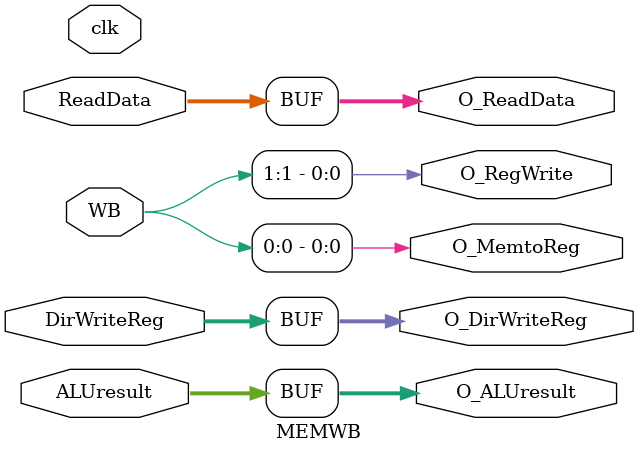
<source format=v>
module MEMWB(
    input clk,
    input [1:0]WB, 
    input [31:0]ReadData,
    input [31:0]ALUresult,
    input [4:0]DirWriteReg,

    output reg O_MemtoReg,
    output reg O_RegWrite,
    output reg [31:0]O_ReadData,
    output reg [31:0]O_ALUresult,
    output reg [4:0]O_DirWriteReg
);

always @(*) begin
    O_MemtoReg = WB[0]; 
    O_RegWrite = WB[1]; 
    O_ReadData = ReadData;
    O_ALUresult = ALUresult;
    O_DirWriteReg = DirWriteReg;

end

endmodule

</source>
